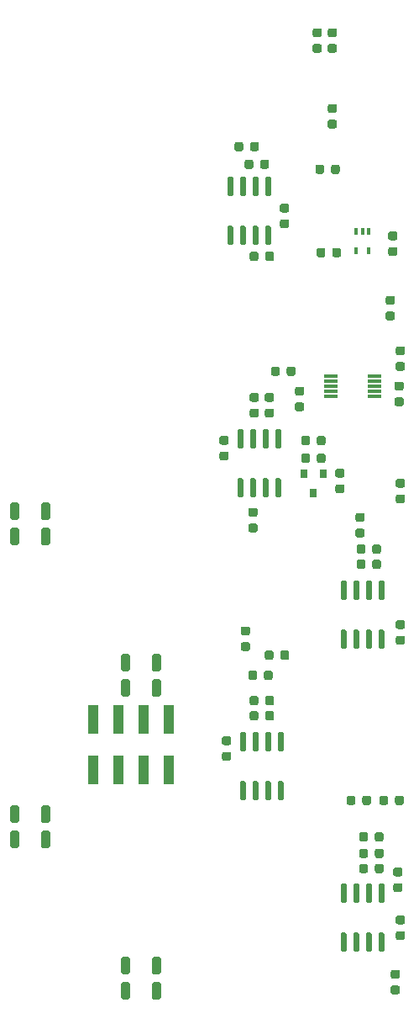
<source format=gbr>
%TF.GenerationSoftware,KiCad,Pcbnew,(5.1.6)-1*%
%TF.CreationDate,2021-03-13T16:13:42+00:00*%
%TF.ProjectId,expander,65787061-6e64-4657-922e-6b696361645f,rev?*%
%TF.SameCoordinates,Original*%
%TF.FileFunction,Paste,Top*%
%TF.FilePolarity,Positive*%
%FSLAX46Y46*%
G04 Gerber Fmt 4.6, Leading zero omitted, Abs format (unit mm)*
G04 Created by KiCad (PCBNEW (5.1.6)-1) date 2021-03-13 16:13:42*
%MOMM*%
%LPD*%
G01*
G04 APERTURE LIST*
%ADD10R,0.400000X0.650000*%
%ADD11R,1.000000X3.000000*%
%ADD12R,1.400000X0.300000*%
%ADD13R,0.800000X0.900000*%
G04 APERTURE END LIST*
%TO.C,D8*%
G36*
G01*
X42223000Y-138480000D02*
X42223000Y-137110000D01*
G75*
G02*
X42413000Y-136920000I190000J0D01*
G01*
X42983000Y-136920000D01*
G75*
G02*
X43173000Y-137110000I0J-190000D01*
G01*
X43173000Y-138480000D01*
G75*
G02*
X42983000Y-138670000I-190000J0D01*
G01*
X42413000Y-138670000D01*
G75*
G02*
X42223000Y-138480000I0J190000D01*
G01*
G37*
G36*
G01*
X39123000Y-138480000D02*
X39123000Y-137110000D01*
G75*
G02*
X39313000Y-136920000I190000J0D01*
G01*
X39883000Y-136920000D01*
G75*
G02*
X40073000Y-137110000I0J-190000D01*
G01*
X40073000Y-138480000D01*
G75*
G02*
X39883000Y-138670000I-190000J0D01*
G01*
X39313000Y-138670000D01*
G75*
G02*
X39123000Y-138480000I0J190000D01*
G01*
G37*
%TD*%
%TO.C,D7*%
G36*
G01*
X40073000Y-134570000D02*
X40073000Y-135940000D01*
G75*
G02*
X39883000Y-136130000I-190000J0D01*
G01*
X39313000Y-136130000D01*
G75*
G02*
X39123000Y-135940000I0J190000D01*
G01*
X39123000Y-134570000D01*
G75*
G02*
X39313000Y-134380000I190000J0D01*
G01*
X39883000Y-134380000D01*
G75*
G02*
X40073000Y-134570000I0J-190000D01*
G01*
G37*
G36*
G01*
X43173000Y-134570000D02*
X43173000Y-135940000D01*
G75*
G02*
X42983000Y-136130000I-190000J0D01*
G01*
X42413000Y-136130000D01*
G75*
G02*
X42223000Y-135940000I0J190000D01*
G01*
X42223000Y-134570000D01*
G75*
G02*
X42413000Y-134380000I190000J0D01*
G01*
X42983000Y-134380000D01*
G75*
G02*
X43173000Y-134570000I0J-190000D01*
G01*
G37*
%TD*%
%TO.C,D6*%
G36*
G01*
X31047000Y-123240000D02*
X31047000Y-121870000D01*
G75*
G02*
X31237000Y-121680000I190000J0D01*
G01*
X31807000Y-121680000D01*
G75*
G02*
X31997000Y-121870000I0J-190000D01*
G01*
X31997000Y-123240000D01*
G75*
G02*
X31807000Y-123430000I-190000J0D01*
G01*
X31237000Y-123430000D01*
G75*
G02*
X31047000Y-123240000I0J190000D01*
G01*
G37*
G36*
G01*
X27947000Y-123240000D02*
X27947000Y-121870000D01*
G75*
G02*
X28137000Y-121680000I190000J0D01*
G01*
X28707000Y-121680000D01*
G75*
G02*
X28897000Y-121870000I0J-190000D01*
G01*
X28897000Y-123240000D01*
G75*
G02*
X28707000Y-123430000I-190000J0D01*
G01*
X28137000Y-123430000D01*
G75*
G02*
X27947000Y-123240000I0J190000D01*
G01*
G37*
%TD*%
%TO.C,D5*%
G36*
G01*
X28897000Y-119330000D02*
X28897000Y-120700000D01*
G75*
G02*
X28707000Y-120890000I-190000J0D01*
G01*
X28137000Y-120890000D01*
G75*
G02*
X27947000Y-120700000I0J190000D01*
G01*
X27947000Y-119330000D01*
G75*
G02*
X28137000Y-119140000I190000J0D01*
G01*
X28707000Y-119140000D01*
G75*
G02*
X28897000Y-119330000I0J-190000D01*
G01*
G37*
G36*
G01*
X31997000Y-119330000D02*
X31997000Y-120700000D01*
G75*
G02*
X31807000Y-120890000I-190000J0D01*
G01*
X31237000Y-120890000D01*
G75*
G02*
X31047000Y-120700000I0J190000D01*
G01*
X31047000Y-119330000D01*
G75*
G02*
X31237000Y-119140000I190000J0D01*
G01*
X31807000Y-119140000D01*
G75*
G02*
X31997000Y-119330000I0J-190000D01*
G01*
G37*
%TD*%
%TO.C,D4*%
G36*
G01*
X42223000Y-108000000D02*
X42223000Y-106630000D01*
G75*
G02*
X42413000Y-106440000I190000J0D01*
G01*
X42983000Y-106440000D01*
G75*
G02*
X43173000Y-106630000I0J-190000D01*
G01*
X43173000Y-108000000D01*
G75*
G02*
X42983000Y-108190000I-190000J0D01*
G01*
X42413000Y-108190000D01*
G75*
G02*
X42223000Y-108000000I0J190000D01*
G01*
G37*
G36*
G01*
X39123000Y-108000000D02*
X39123000Y-106630000D01*
G75*
G02*
X39313000Y-106440000I190000J0D01*
G01*
X39883000Y-106440000D01*
G75*
G02*
X40073000Y-106630000I0J-190000D01*
G01*
X40073000Y-108000000D01*
G75*
G02*
X39883000Y-108190000I-190000J0D01*
G01*
X39313000Y-108190000D01*
G75*
G02*
X39123000Y-108000000I0J190000D01*
G01*
G37*
%TD*%
%TO.C,D3*%
G36*
G01*
X40073000Y-104090000D02*
X40073000Y-105460000D01*
G75*
G02*
X39883000Y-105650000I-190000J0D01*
G01*
X39313000Y-105650000D01*
G75*
G02*
X39123000Y-105460000I0J190000D01*
G01*
X39123000Y-104090000D01*
G75*
G02*
X39313000Y-103900000I190000J0D01*
G01*
X39883000Y-103900000D01*
G75*
G02*
X40073000Y-104090000I0J-190000D01*
G01*
G37*
G36*
G01*
X43173000Y-104090000D02*
X43173000Y-105460000D01*
G75*
G02*
X42983000Y-105650000I-190000J0D01*
G01*
X42413000Y-105650000D01*
G75*
G02*
X42223000Y-105460000I0J190000D01*
G01*
X42223000Y-104090000D01*
G75*
G02*
X42413000Y-103900000I190000J0D01*
G01*
X42983000Y-103900000D01*
G75*
G02*
X43173000Y-104090000I0J-190000D01*
G01*
G37*
%TD*%
%TO.C,D2*%
G36*
G01*
X31047000Y-92760000D02*
X31047000Y-91390000D01*
G75*
G02*
X31237000Y-91200000I190000J0D01*
G01*
X31807000Y-91200000D01*
G75*
G02*
X31997000Y-91390000I0J-190000D01*
G01*
X31997000Y-92760000D01*
G75*
G02*
X31807000Y-92950000I-190000J0D01*
G01*
X31237000Y-92950000D01*
G75*
G02*
X31047000Y-92760000I0J190000D01*
G01*
G37*
G36*
G01*
X27947000Y-92760000D02*
X27947000Y-91390000D01*
G75*
G02*
X28137000Y-91200000I190000J0D01*
G01*
X28707000Y-91200000D01*
G75*
G02*
X28897000Y-91390000I0J-190000D01*
G01*
X28897000Y-92760000D01*
G75*
G02*
X28707000Y-92950000I-190000J0D01*
G01*
X28137000Y-92950000D01*
G75*
G02*
X27947000Y-92760000I0J190000D01*
G01*
G37*
%TD*%
%TO.C,D1*%
G36*
G01*
X28897000Y-88850000D02*
X28897000Y-90220000D01*
G75*
G02*
X28707000Y-90410000I-190000J0D01*
G01*
X28137000Y-90410000D01*
G75*
G02*
X27947000Y-90220000I0J190000D01*
G01*
X27947000Y-88850000D01*
G75*
G02*
X28137000Y-88660000I190000J0D01*
G01*
X28707000Y-88660000D01*
G75*
G02*
X28897000Y-88850000I0J-190000D01*
G01*
G37*
G36*
G01*
X31997000Y-88850000D02*
X31997000Y-90220000D01*
G75*
G02*
X31807000Y-90410000I-190000J0D01*
G01*
X31237000Y-90410000D01*
G75*
G02*
X31047000Y-90220000I0J190000D01*
G01*
X31047000Y-88850000D01*
G75*
G02*
X31237000Y-88660000I190000J0D01*
G01*
X31807000Y-88660000D01*
G75*
G02*
X31997000Y-88850000I0J-190000D01*
G01*
G37*
%TD*%
D10*
%TO.C,U2*%
X64150000Y-63307000D03*
X62850000Y-63307000D03*
X63500000Y-61407000D03*
X62850000Y-61407000D03*
X64150000Y-61407000D03*
%TD*%
D11*
%TO.C,J11*%
X36322000Y-110510000D03*
X36322000Y-115550000D03*
X38862000Y-110510000D03*
X38862000Y-115550000D03*
X41402000Y-110510000D03*
X41402000Y-115550000D03*
X43942000Y-110510000D03*
X43942000Y-115550000D03*
%TD*%
%TO.C,R29*%
G36*
G01*
X59746500Y-63243750D02*
X59746500Y-63756250D01*
G75*
G02*
X59527750Y-63975000I-218750J0D01*
G01*
X59090250Y-63975000D01*
G75*
G02*
X58871500Y-63756250I0J218750D01*
G01*
X58871500Y-63243750D01*
G75*
G02*
X59090250Y-63025000I218750J0D01*
G01*
X59527750Y-63025000D01*
G75*
G02*
X59746500Y-63243750I0J-218750D01*
G01*
G37*
G36*
G01*
X61321500Y-63243750D02*
X61321500Y-63756250D01*
G75*
G02*
X61102750Y-63975000I-218750J0D01*
G01*
X60665250Y-63975000D01*
G75*
G02*
X60446500Y-63756250I0J218750D01*
G01*
X60446500Y-63243750D01*
G75*
G02*
X60665250Y-63025000I218750J0D01*
G01*
X61102750Y-63025000D01*
G75*
G02*
X61321500Y-63243750I0J-218750D01*
G01*
G37*
%TD*%
%TO.C,U8*%
G36*
G01*
X54841000Y-86209000D02*
X55141000Y-86209000D01*
G75*
G02*
X55291000Y-86359000I0J-150000D01*
G01*
X55291000Y-88009000D01*
G75*
G02*
X55141000Y-88159000I-150000J0D01*
G01*
X54841000Y-88159000D01*
G75*
G02*
X54691000Y-88009000I0J150000D01*
G01*
X54691000Y-86359000D01*
G75*
G02*
X54841000Y-86209000I150000J0D01*
G01*
G37*
G36*
G01*
X53571000Y-86209000D02*
X53871000Y-86209000D01*
G75*
G02*
X54021000Y-86359000I0J-150000D01*
G01*
X54021000Y-88009000D01*
G75*
G02*
X53871000Y-88159000I-150000J0D01*
G01*
X53571000Y-88159000D01*
G75*
G02*
X53421000Y-88009000I0J150000D01*
G01*
X53421000Y-86359000D01*
G75*
G02*
X53571000Y-86209000I150000J0D01*
G01*
G37*
G36*
G01*
X52301000Y-86209000D02*
X52601000Y-86209000D01*
G75*
G02*
X52751000Y-86359000I0J-150000D01*
G01*
X52751000Y-88009000D01*
G75*
G02*
X52601000Y-88159000I-150000J0D01*
G01*
X52301000Y-88159000D01*
G75*
G02*
X52151000Y-88009000I0J150000D01*
G01*
X52151000Y-86359000D01*
G75*
G02*
X52301000Y-86209000I150000J0D01*
G01*
G37*
G36*
G01*
X51031000Y-86209000D02*
X51331000Y-86209000D01*
G75*
G02*
X51481000Y-86359000I0J-150000D01*
G01*
X51481000Y-88009000D01*
G75*
G02*
X51331000Y-88159000I-150000J0D01*
G01*
X51031000Y-88159000D01*
G75*
G02*
X50881000Y-88009000I0J150000D01*
G01*
X50881000Y-86359000D01*
G75*
G02*
X51031000Y-86209000I150000J0D01*
G01*
G37*
G36*
G01*
X51031000Y-81259000D02*
X51331000Y-81259000D01*
G75*
G02*
X51481000Y-81409000I0J-150000D01*
G01*
X51481000Y-83059000D01*
G75*
G02*
X51331000Y-83209000I-150000J0D01*
G01*
X51031000Y-83209000D01*
G75*
G02*
X50881000Y-83059000I0J150000D01*
G01*
X50881000Y-81409000D01*
G75*
G02*
X51031000Y-81259000I150000J0D01*
G01*
G37*
G36*
G01*
X52301000Y-81259000D02*
X52601000Y-81259000D01*
G75*
G02*
X52751000Y-81409000I0J-150000D01*
G01*
X52751000Y-83059000D01*
G75*
G02*
X52601000Y-83209000I-150000J0D01*
G01*
X52301000Y-83209000D01*
G75*
G02*
X52151000Y-83059000I0J150000D01*
G01*
X52151000Y-81409000D01*
G75*
G02*
X52301000Y-81259000I150000J0D01*
G01*
G37*
G36*
G01*
X53571000Y-81259000D02*
X53871000Y-81259000D01*
G75*
G02*
X54021000Y-81409000I0J-150000D01*
G01*
X54021000Y-83059000D01*
G75*
G02*
X53871000Y-83209000I-150000J0D01*
G01*
X53571000Y-83209000D01*
G75*
G02*
X53421000Y-83059000I0J150000D01*
G01*
X53421000Y-81409000D01*
G75*
G02*
X53571000Y-81259000I150000J0D01*
G01*
G37*
G36*
G01*
X54841000Y-81259000D02*
X55141000Y-81259000D01*
G75*
G02*
X55291000Y-81409000I0J-150000D01*
G01*
X55291000Y-83059000D01*
G75*
G02*
X55141000Y-83209000I-150000J0D01*
G01*
X54841000Y-83209000D01*
G75*
G02*
X54691000Y-83059000I0J150000D01*
G01*
X54691000Y-81409000D01*
G75*
G02*
X54841000Y-81259000I150000J0D01*
G01*
G37*
%TD*%
%TO.C,U7*%
G36*
G01*
X65255000Y-131929000D02*
X65555000Y-131929000D01*
G75*
G02*
X65705000Y-132079000I0J-150000D01*
G01*
X65705000Y-133729000D01*
G75*
G02*
X65555000Y-133879000I-150000J0D01*
G01*
X65255000Y-133879000D01*
G75*
G02*
X65105000Y-133729000I0J150000D01*
G01*
X65105000Y-132079000D01*
G75*
G02*
X65255000Y-131929000I150000J0D01*
G01*
G37*
G36*
G01*
X63985000Y-131929000D02*
X64285000Y-131929000D01*
G75*
G02*
X64435000Y-132079000I0J-150000D01*
G01*
X64435000Y-133729000D01*
G75*
G02*
X64285000Y-133879000I-150000J0D01*
G01*
X63985000Y-133879000D01*
G75*
G02*
X63835000Y-133729000I0J150000D01*
G01*
X63835000Y-132079000D01*
G75*
G02*
X63985000Y-131929000I150000J0D01*
G01*
G37*
G36*
G01*
X62715000Y-131929000D02*
X63015000Y-131929000D01*
G75*
G02*
X63165000Y-132079000I0J-150000D01*
G01*
X63165000Y-133729000D01*
G75*
G02*
X63015000Y-133879000I-150000J0D01*
G01*
X62715000Y-133879000D01*
G75*
G02*
X62565000Y-133729000I0J150000D01*
G01*
X62565000Y-132079000D01*
G75*
G02*
X62715000Y-131929000I150000J0D01*
G01*
G37*
G36*
G01*
X61445000Y-131929000D02*
X61745000Y-131929000D01*
G75*
G02*
X61895000Y-132079000I0J-150000D01*
G01*
X61895000Y-133729000D01*
G75*
G02*
X61745000Y-133879000I-150000J0D01*
G01*
X61445000Y-133879000D01*
G75*
G02*
X61295000Y-133729000I0J150000D01*
G01*
X61295000Y-132079000D01*
G75*
G02*
X61445000Y-131929000I150000J0D01*
G01*
G37*
G36*
G01*
X61445000Y-126979000D02*
X61745000Y-126979000D01*
G75*
G02*
X61895000Y-127129000I0J-150000D01*
G01*
X61895000Y-128779000D01*
G75*
G02*
X61745000Y-128929000I-150000J0D01*
G01*
X61445000Y-128929000D01*
G75*
G02*
X61295000Y-128779000I0J150000D01*
G01*
X61295000Y-127129000D01*
G75*
G02*
X61445000Y-126979000I150000J0D01*
G01*
G37*
G36*
G01*
X62715000Y-126979000D02*
X63015000Y-126979000D01*
G75*
G02*
X63165000Y-127129000I0J-150000D01*
G01*
X63165000Y-128779000D01*
G75*
G02*
X63015000Y-128929000I-150000J0D01*
G01*
X62715000Y-128929000D01*
G75*
G02*
X62565000Y-128779000I0J150000D01*
G01*
X62565000Y-127129000D01*
G75*
G02*
X62715000Y-126979000I150000J0D01*
G01*
G37*
G36*
G01*
X63985000Y-126979000D02*
X64285000Y-126979000D01*
G75*
G02*
X64435000Y-127129000I0J-150000D01*
G01*
X64435000Y-128779000D01*
G75*
G02*
X64285000Y-128929000I-150000J0D01*
G01*
X63985000Y-128929000D01*
G75*
G02*
X63835000Y-128779000I0J150000D01*
G01*
X63835000Y-127129000D01*
G75*
G02*
X63985000Y-126979000I150000J0D01*
G01*
G37*
G36*
G01*
X65255000Y-126979000D02*
X65555000Y-126979000D01*
G75*
G02*
X65705000Y-127129000I0J-150000D01*
G01*
X65705000Y-128779000D01*
G75*
G02*
X65555000Y-128929000I-150000J0D01*
G01*
X65255000Y-128929000D01*
G75*
G02*
X65105000Y-128779000I0J150000D01*
G01*
X65105000Y-127129000D01*
G75*
G02*
X65255000Y-126979000I150000J0D01*
G01*
G37*
%TD*%
%TO.C,U6*%
G36*
G01*
X55095000Y-116689000D02*
X55395000Y-116689000D01*
G75*
G02*
X55545000Y-116839000I0J-150000D01*
G01*
X55545000Y-118489000D01*
G75*
G02*
X55395000Y-118639000I-150000J0D01*
G01*
X55095000Y-118639000D01*
G75*
G02*
X54945000Y-118489000I0J150000D01*
G01*
X54945000Y-116839000D01*
G75*
G02*
X55095000Y-116689000I150000J0D01*
G01*
G37*
G36*
G01*
X53825000Y-116689000D02*
X54125000Y-116689000D01*
G75*
G02*
X54275000Y-116839000I0J-150000D01*
G01*
X54275000Y-118489000D01*
G75*
G02*
X54125000Y-118639000I-150000J0D01*
G01*
X53825000Y-118639000D01*
G75*
G02*
X53675000Y-118489000I0J150000D01*
G01*
X53675000Y-116839000D01*
G75*
G02*
X53825000Y-116689000I150000J0D01*
G01*
G37*
G36*
G01*
X52555000Y-116689000D02*
X52855000Y-116689000D01*
G75*
G02*
X53005000Y-116839000I0J-150000D01*
G01*
X53005000Y-118489000D01*
G75*
G02*
X52855000Y-118639000I-150000J0D01*
G01*
X52555000Y-118639000D01*
G75*
G02*
X52405000Y-118489000I0J150000D01*
G01*
X52405000Y-116839000D01*
G75*
G02*
X52555000Y-116689000I150000J0D01*
G01*
G37*
G36*
G01*
X51285000Y-116689000D02*
X51585000Y-116689000D01*
G75*
G02*
X51735000Y-116839000I0J-150000D01*
G01*
X51735000Y-118489000D01*
G75*
G02*
X51585000Y-118639000I-150000J0D01*
G01*
X51285000Y-118639000D01*
G75*
G02*
X51135000Y-118489000I0J150000D01*
G01*
X51135000Y-116839000D01*
G75*
G02*
X51285000Y-116689000I150000J0D01*
G01*
G37*
G36*
G01*
X51285000Y-111739000D02*
X51585000Y-111739000D01*
G75*
G02*
X51735000Y-111889000I0J-150000D01*
G01*
X51735000Y-113539000D01*
G75*
G02*
X51585000Y-113689000I-150000J0D01*
G01*
X51285000Y-113689000D01*
G75*
G02*
X51135000Y-113539000I0J150000D01*
G01*
X51135000Y-111889000D01*
G75*
G02*
X51285000Y-111739000I150000J0D01*
G01*
G37*
G36*
G01*
X52555000Y-111739000D02*
X52855000Y-111739000D01*
G75*
G02*
X53005000Y-111889000I0J-150000D01*
G01*
X53005000Y-113539000D01*
G75*
G02*
X52855000Y-113689000I-150000J0D01*
G01*
X52555000Y-113689000D01*
G75*
G02*
X52405000Y-113539000I0J150000D01*
G01*
X52405000Y-111889000D01*
G75*
G02*
X52555000Y-111739000I150000J0D01*
G01*
G37*
G36*
G01*
X53825000Y-111739000D02*
X54125000Y-111739000D01*
G75*
G02*
X54275000Y-111889000I0J-150000D01*
G01*
X54275000Y-113539000D01*
G75*
G02*
X54125000Y-113689000I-150000J0D01*
G01*
X53825000Y-113689000D01*
G75*
G02*
X53675000Y-113539000I0J150000D01*
G01*
X53675000Y-111889000D01*
G75*
G02*
X53825000Y-111739000I150000J0D01*
G01*
G37*
G36*
G01*
X55095000Y-111739000D02*
X55395000Y-111739000D01*
G75*
G02*
X55545000Y-111889000I0J-150000D01*
G01*
X55545000Y-113539000D01*
G75*
G02*
X55395000Y-113689000I-150000J0D01*
G01*
X55095000Y-113689000D01*
G75*
G02*
X54945000Y-113539000I0J150000D01*
G01*
X54945000Y-111889000D01*
G75*
G02*
X55095000Y-111739000I150000J0D01*
G01*
G37*
%TD*%
%TO.C,U5*%
G36*
G01*
X65255000Y-101449000D02*
X65555000Y-101449000D01*
G75*
G02*
X65705000Y-101599000I0J-150000D01*
G01*
X65705000Y-103249000D01*
G75*
G02*
X65555000Y-103399000I-150000J0D01*
G01*
X65255000Y-103399000D01*
G75*
G02*
X65105000Y-103249000I0J150000D01*
G01*
X65105000Y-101599000D01*
G75*
G02*
X65255000Y-101449000I150000J0D01*
G01*
G37*
G36*
G01*
X63985000Y-101449000D02*
X64285000Y-101449000D01*
G75*
G02*
X64435000Y-101599000I0J-150000D01*
G01*
X64435000Y-103249000D01*
G75*
G02*
X64285000Y-103399000I-150000J0D01*
G01*
X63985000Y-103399000D01*
G75*
G02*
X63835000Y-103249000I0J150000D01*
G01*
X63835000Y-101599000D01*
G75*
G02*
X63985000Y-101449000I150000J0D01*
G01*
G37*
G36*
G01*
X62715000Y-101449000D02*
X63015000Y-101449000D01*
G75*
G02*
X63165000Y-101599000I0J-150000D01*
G01*
X63165000Y-103249000D01*
G75*
G02*
X63015000Y-103399000I-150000J0D01*
G01*
X62715000Y-103399000D01*
G75*
G02*
X62565000Y-103249000I0J150000D01*
G01*
X62565000Y-101599000D01*
G75*
G02*
X62715000Y-101449000I150000J0D01*
G01*
G37*
G36*
G01*
X61445000Y-101449000D02*
X61745000Y-101449000D01*
G75*
G02*
X61895000Y-101599000I0J-150000D01*
G01*
X61895000Y-103249000D01*
G75*
G02*
X61745000Y-103399000I-150000J0D01*
G01*
X61445000Y-103399000D01*
G75*
G02*
X61295000Y-103249000I0J150000D01*
G01*
X61295000Y-101599000D01*
G75*
G02*
X61445000Y-101449000I150000J0D01*
G01*
G37*
G36*
G01*
X61445000Y-96499000D02*
X61745000Y-96499000D01*
G75*
G02*
X61895000Y-96649000I0J-150000D01*
G01*
X61895000Y-98299000D01*
G75*
G02*
X61745000Y-98449000I-150000J0D01*
G01*
X61445000Y-98449000D01*
G75*
G02*
X61295000Y-98299000I0J150000D01*
G01*
X61295000Y-96649000D01*
G75*
G02*
X61445000Y-96499000I150000J0D01*
G01*
G37*
G36*
G01*
X62715000Y-96499000D02*
X63015000Y-96499000D01*
G75*
G02*
X63165000Y-96649000I0J-150000D01*
G01*
X63165000Y-98299000D01*
G75*
G02*
X63015000Y-98449000I-150000J0D01*
G01*
X62715000Y-98449000D01*
G75*
G02*
X62565000Y-98299000I0J150000D01*
G01*
X62565000Y-96649000D01*
G75*
G02*
X62715000Y-96499000I150000J0D01*
G01*
G37*
G36*
G01*
X63985000Y-96499000D02*
X64285000Y-96499000D01*
G75*
G02*
X64435000Y-96649000I0J-150000D01*
G01*
X64435000Y-98299000D01*
G75*
G02*
X64285000Y-98449000I-150000J0D01*
G01*
X63985000Y-98449000D01*
G75*
G02*
X63835000Y-98299000I0J150000D01*
G01*
X63835000Y-96649000D01*
G75*
G02*
X63985000Y-96499000I150000J0D01*
G01*
G37*
G36*
G01*
X65255000Y-96499000D02*
X65555000Y-96499000D01*
G75*
G02*
X65705000Y-96649000I0J-150000D01*
G01*
X65705000Y-98299000D01*
G75*
G02*
X65555000Y-98449000I-150000J0D01*
G01*
X65255000Y-98449000D01*
G75*
G02*
X65105000Y-98299000I0J150000D01*
G01*
X65105000Y-96649000D01*
G75*
G02*
X65255000Y-96499000I150000J0D01*
G01*
G37*
%TD*%
D12*
%TO.C,U4*%
X64684000Y-75962000D03*
X64684000Y-76462000D03*
X64684000Y-76962000D03*
X64684000Y-77462000D03*
X64684000Y-77962000D03*
X60284000Y-77962000D03*
X60284000Y-77462000D03*
X60284000Y-76962000D03*
X60284000Y-76462000D03*
X60284000Y-75962000D03*
%TD*%
%TO.C,U3*%
G36*
G01*
X53825000Y-60809000D02*
X54125000Y-60809000D01*
G75*
G02*
X54275000Y-60959000I0J-150000D01*
G01*
X54275000Y-62609000D01*
G75*
G02*
X54125000Y-62759000I-150000J0D01*
G01*
X53825000Y-62759000D01*
G75*
G02*
X53675000Y-62609000I0J150000D01*
G01*
X53675000Y-60959000D01*
G75*
G02*
X53825000Y-60809000I150000J0D01*
G01*
G37*
G36*
G01*
X52555000Y-60809000D02*
X52855000Y-60809000D01*
G75*
G02*
X53005000Y-60959000I0J-150000D01*
G01*
X53005000Y-62609000D01*
G75*
G02*
X52855000Y-62759000I-150000J0D01*
G01*
X52555000Y-62759000D01*
G75*
G02*
X52405000Y-62609000I0J150000D01*
G01*
X52405000Y-60959000D01*
G75*
G02*
X52555000Y-60809000I150000J0D01*
G01*
G37*
G36*
G01*
X51285000Y-60809000D02*
X51585000Y-60809000D01*
G75*
G02*
X51735000Y-60959000I0J-150000D01*
G01*
X51735000Y-62609000D01*
G75*
G02*
X51585000Y-62759000I-150000J0D01*
G01*
X51285000Y-62759000D01*
G75*
G02*
X51135000Y-62609000I0J150000D01*
G01*
X51135000Y-60959000D01*
G75*
G02*
X51285000Y-60809000I150000J0D01*
G01*
G37*
G36*
G01*
X50015000Y-60809000D02*
X50315000Y-60809000D01*
G75*
G02*
X50465000Y-60959000I0J-150000D01*
G01*
X50465000Y-62609000D01*
G75*
G02*
X50315000Y-62759000I-150000J0D01*
G01*
X50015000Y-62759000D01*
G75*
G02*
X49865000Y-62609000I0J150000D01*
G01*
X49865000Y-60959000D01*
G75*
G02*
X50015000Y-60809000I150000J0D01*
G01*
G37*
G36*
G01*
X50015000Y-55859000D02*
X50315000Y-55859000D01*
G75*
G02*
X50465000Y-56009000I0J-150000D01*
G01*
X50465000Y-57659000D01*
G75*
G02*
X50315000Y-57809000I-150000J0D01*
G01*
X50015000Y-57809000D01*
G75*
G02*
X49865000Y-57659000I0J150000D01*
G01*
X49865000Y-56009000D01*
G75*
G02*
X50015000Y-55859000I150000J0D01*
G01*
G37*
G36*
G01*
X51285000Y-55859000D02*
X51585000Y-55859000D01*
G75*
G02*
X51735000Y-56009000I0J-150000D01*
G01*
X51735000Y-57659000D01*
G75*
G02*
X51585000Y-57809000I-150000J0D01*
G01*
X51285000Y-57809000D01*
G75*
G02*
X51135000Y-57659000I0J150000D01*
G01*
X51135000Y-56009000D01*
G75*
G02*
X51285000Y-55859000I150000J0D01*
G01*
G37*
G36*
G01*
X52555000Y-55859000D02*
X52855000Y-55859000D01*
G75*
G02*
X53005000Y-56009000I0J-150000D01*
G01*
X53005000Y-57659000D01*
G75*
G02*
X52855000Y-57809000I-150000J0D01*
G01*
X52555000Y-57809000D01*
G75*
G02*
X52405000Y-57659000I0J150000D01*
G01*
X52405000Y-56009000D01*
G75*
G02*
X52555000Y-55859000I150000J0D01*
G01*
G37*
G36*
G01*
X53825000Y-55859000D02*
X54125000Y-55859000D01*
G75*
G02*
X54275000Y-56009000I0J-150000D01*
G01*
X54275000Y-57659000D01*
G75*
G02*
X54125000Y-57809000I-150000J0D01*
G01*
X53825000Y-57809000D01*
G75*
G02*
X53675000Y-57659000I0J150000D01*
G01*
X53675000Y-56009000D01*
G75*
G02*
X53825000Y-55859000I150000J0D01*
G01*
G37*
%TD*%
D13*
%TO.C,U1*%
X58547000Y-87741000D03*
X57597000Y-85741000D03*
X59497000Y-85741000D03*
%TD*%
%TO.C,R28*%
G36*
G01*
X52194750Y-90774000D02*
X52707250Y-90774000D01*
G75*
G02*
X52926000Y-90992750I0J-218750D01*
G01*
X52926000Y-91430250D01*
G75*
G02*
X52707250Y-91649000I-218750J0D01*
G01*
X52194750Y-91649000D01*
G75*
G02*
X51976000Y-91430250I0J218750D01*
G01*
X51976000Y-90992750D01*
G75*
G02*
X52194750Y-90774000I218750J0D01*
G01*
G37*
G36*
G01*
X52194750Y-89199000D02*
X52707250Y-89199000D01*
G75*
G02*
X52926000Y-89417750I0J-218750D01*
G01*
X52926000Y-89855250D01*
G75*
G02*
X52707250Y-90074000I-218750J0D01*
G01*
X52194750Y-90074000D01*
G75*
G02*
X51976000Y-89855250I0J218750D01*
G01*
X51976000Y-89417750D01*
G75*
G02*
X52194750Y-89199000I218750J0D01*
G01*
G37*
%TD*%
%TO.C,R27*%
G36*
G01*
X67312250Y-127844000D02*
X66799750Y-127844000D01*
G75*
G02*
X66581000Y-127625250I0J218750D01*
G01*
X66581000Y-127187750D01*
G75*
G02*
X66799750Y-126969000I218750J0D01*
G01*
X67312250Y-126969000D01*
G75*
G02*
X67531000Y-127187750I0J-218750D01*
G01*
X67531000Y-127625250D01*
G75*
G02*
X67312250Y-127844000I-218750J0D01*
G01*
G37*
G36*
G01*
X67312250Y-126269000D02*
X66799750Y-126269000D01*
G75*
G02*
X66581000Y-126050250I0J218750D01*
G01*
X66581000Y-125612750D01*
G75*
G02*
X66799750Y-125394000I218750J0D01*
G01*
X67312250Y-125394000D01*
G75*
G02*
X67531000Y-125612750I0J-218750D01*
G01*
X67531000Y-126050250D01*
G75*
G02*
X67312250Y-126269000I-218750J0D01*
G01*
G37*
%TD*%
%TO.C,R26*%
G36*
G01*
X63469000Y-118874250D02*
X63469000Y-118361750D01*
G75*
G02*
X63687750Y-118143000I218750J0D01*
G01*
X64125250Y-118143000D01*
G75*
G02*
X64344000Y-118361750I0J-218750D01*
G01*
X64344000Y-118874250D01*
G75*
G02*
X64125250Y-119093000I-218750J0D01*
G01*
X63687750Y-119093000D01*
G75*
G02*
X63469000Y-118874250I0J218750D01*
G01*
G37*
G36*
G01*
X61894000Y-118874250D02*
X61894000Y-118361750D01*
G75*
G02*
X62112750Y-118143000I218750J0D01*
G01*
X62550250Y-118143000D01*
G75*
G02*
X62769000Y-118361750I0J-218750D01*
G01*
X62769000Y-118874250D01*
G75*
G02*
X62550250Y-119093000I-218750J0D01*
G01*
X62112750Y-119093000D01*
G75*
G02*
X61894000Y-118874250I0J218750D01*
G01*
G37*
%TD*%
%TO.C,R25*%
G36*
G01*
X54514000Y-103756750D02*
X54514000Y-104269250D01*
G75*
G02*
X54295250Y-104488000I-218750J0D01*
G01*
X53857750Y-104488000D01*
G75*
G02*
X53639000Y-104269250I0J218750D01*
G01*
X53639000Y-103756750D01*
G75*
G02*
X53857750Y-103538000I218750J0D01*
G01*
X54295250Y-103538000D01*
G75*
G02*
X54514000Y-103756750I0J-218750D01*
G01*
G37*
G36*
G01*
X56089000Y-103756750D02*
X56089000Y-104269250D01*
G75*
G02*
X55870250Y-104488000I-218750J0D01*
G01*
X55432750Y-104488000D01*
G75*
G02*
X55214000Y-104269250I0J218750D01*
G01*
X55214000Y-103756750D01*
G75*
G02*
X55432750Y-103538000I218750J0D01*
G01*
X55870250Y-103538000D01*
G75*
G02*
X56089000Y-103756750I0J-218750D01*
G01*
G37*
%TD*%
%TO.C,R24*%
G36*
G01*
X67566250Y-87153000D02*
X67053750Y-87153000D01*
G75*
G02*
X66835000Y-86934250I0J218750D01*
G01*
X66835000Y-86496750D01*
G75*
G02*
X67053750Y-86278000I218750J0D01*
G01*
X67566250Y-86278000D01*
G75*
G02*
X67785000Y-86496750I0J-218750D01*
G01*
X67785000Y-86934250D01*
G75*
G02*
X67566250Y-87153000I-218750J0D01*
G01*
G37*
G36*
G01*
X67566250Y-88728000D02*
X67053750Y-88728000D01*
G75*
G02*
X66835000Y-88509250I0J218750D01*
G01*
X66835000Y-88071750D01*
G75*
G02*
X67053750Y-87853000I218750J0D01*
G01*
X67566250Y-87853000D01*
G75*
G02*
X67785000Y-88071750I0J-218750D01*
G01*
X67785000Y-88509250D01*
G75*
G02*
X67566250Y-88728000I-218750J0D01*
G01*
G37*
%TD*%
%TO.C,R23*%
G36*
G01*
X67058250Y-136556000D02*
X66545750Y-136556000D01*
G75*
G02*
X66327000Y-136337250I0J218750D01*
G01*
X66327000Y-135899750D01*
G75*
G02*
X66545750Y-135681000I218750J0D01*
G01*
X67058250Y-135681000D01*
G75*
G02*
X67277000Y-135899750I0J-218750D01*
G01*
X67277000Y-136337250D01*
G75*
G02*
X67058250Y-136556000I-218750J0D01*
G01*
G37*
G36*
G01*
X67058250Y-138131000D02*
X66545750Y-138131000D01*
G75*
G02*
X66327000Y-137912250I0J218750D01*
G01*
X66327000Y-137474750D01*
G75*
G02*
X66545750Y-137256000I218750J0D01*
G01*
X67058250Y-137256000D01*
G75*
G02*
X67277000Y-137474750I0J-218750D01*
G01*
X67277000Y-137912250D01*
G75*
G02*
X67058250Y-138131000I-218750J0D01*
G01*
G37*
%TD*%
%TO.C,R22*%
G36*
G01*
X66071000Y-118361750D02*
X66071000Y-118874250D01*
G75*
G02*
X65852250Y-119093000I-218750J0D01*
G01*
X65414750Y-119093000D01*
G75*
G02*
X65196000Y-118874250I0J218750D01*
G01*
X65196000Y-118361750D01*
G75*
G02*
X65414750Y-118143000I218750J0D01*
G01*
X65852250Y-118143000D01*
G75*
G02*
X66071000Y-118361750I0J-218750D01*
G01*
G37*
G36*
G01*
X67646000Y-118361750D02*
X67646000Y-118874250D01*
G75*
G02*
X67427250Y-119093000I-218750J0D01*
G01*
X66989750Y-119093000D01*
G75*
G02*
X66771000Y-118874250I0J218750D01*
G01*
X66771000Y-118361750D01*
G75*
G02*
X66989750Y-118143000I218750J0D01*
G01*
X67427250Y-118143000D01*
G75*
G02*
X67646000Y-118361750I0J-218750D01*
G01*
G37*
%TD*%
%TO.C,R21*%
G36*
G01*
X53563000Y-106301250D02*
X53563000Y-105788750D01*
G75*
G02*
X53781750Y-105570000I218750J0D01*
G01*
X54219250Y-105570000D01*
G75*
G02*
X54438000Y-105788750I0J-218750D01*
G01*
X54438000Y-106301250D01*
G75*
G02*
X54219250Y-106520000I-218750J0D01*
G01*
X53781750Y-106520000D01*
G75*
G02*
X53563000Y-106301250I0J218750D01*
G01*
G37*
G36*
G01*
X51988000Y-106301250D02*
X51988000Y-105788750D01*
G75*
G02*
X52206750Y-105570000I218750J0D01*
G01*
X52644250Y-105570000D01*
G75*
G02*
X52863000Y-105788750I0J-218750D01*
G01*
X52863000Y-106301250D01*
G75*
G02*
X52644250Y-106520000I-218750J0D01*
G01*
X52206750Y-106520000D01*
G75*
G02*
X51988000Y-106301250I0J218750D01*
G01*
G37*
%TD*%
%TO.C,R20*%
G36*
G01*
X53845750Y-79217000D02*
X54358250Y-79217000D01*
G75*
G02*
X54577000Y-79435750I0J-218750D01*
G01*
X54577000Y-79873250D01*
G75*
G02*
X54358250Y-80092000I-218750J0D01*
G01*
X53845750Y-80092000D01*
G75*
G02*
X53627000Y-79873250I0J218750D01*
G01*
X53627000Y-79435750D01*
G75*
G02*
X53845750Y-79217000I218750J0D01*
G01*
G37*
G36*
G01*
X53845750Y-77642000D02*
X54358250Y-77642000D01*
G75*
G02*
X54577000Y-77860750I0J-218750D01*
G01*
X54577000Y-78298250D01*
G75*
G02*
X54358250Y-78517000I-218750J0D01*
G01*
X53845750Y-78517000D01*
G75*
G02*
X53627000Y-78298250I0J218750D01*
G01*
X53627000Y-77860750D01*
G75*
G02*
X53845750Y-77642000I218750J0D01*
G01*
G37*
%TD*%
%TO.C,R19*%
G36*
G01*
X64039000Y-125219750D02*
X64039000Y-125732250D01*
G75*
G02*
X63820250Y-125951000I-218750J0D01*
G01*
X63382750Y-125951000D01*
G75*
G02*
X63164000Y-125732250I0J218750D01*
G01*
X63164000Y-125219750D01*
G75*
G02*
X63382750Y-125001000I218750J0D01*
G01*
X63820250Y-125001000D01*
G75*
G02*
X64039000Y-125219750I0J-218750D01*
G01*
G37*
G36*
G01*
X65614000Y-125219750D02*
X65614000Y-125732250D01*
G75*
G02*
X65395250Y-125951000I-218750J0D01*
G01*
X64957750Y-125951000D01*
G75*
G02*
X64739000Y-125732250I0J218750D01*
G01*
X64739000Y-125219750D01*
G75*
G02*
X64957750Y-125001000I218750J0D01*
G01*
X65395250Y-125001000D01*
G75*
G02*
X65614000Y-125219750I0J-218750D01*
G01*
G37*
%TD*%
%TO.C,R18*%
G36*
G01*
X52990000Y-108328750D02*
X52990000Y-108841250D01*
G75*
G02*
X52771250Y-109060000I-218750J0D01*
G01*
X52333750Y-109060000D01*
G75*
G02*
X52115000Y-108841250I0J218750D01*
G01*
X52115000Y-108328750D01*
G75*
G02*
X52333750Y-108110000I218750J0D01*
G01*
X52771250Y-108110000D01*
G75*
G02*
X52990000Y-108328750I0J-218750D01*
G01*
G37*
G36*
G01*
X54565000Y-108328750D02*
X54565000Y-108841250D01*
G75*
G02*
X54346250Y-109060000I-218750J0D01*
G01*
X53908750Y-109060000D01*
G75*
G02*
X53690000Y-108841250I0J218750D01*
G01*
X53690000Y-108328750D01*
G75*
G02*
X53908750Y-108110000I218750J0D01*
G01*
X54346250Y-108110000D01*
G75*
G02*
X54565000Y-108328750I0J-218750D01*
G01*
G37*
%TD*%
%TO.C,R17*%
G36*
G01*
X63785000Y-94612750D02*
X63785000Y-95125250D01*
G75*
G02*
X63566250Y-95344000I-218750J0D01*
G01*
X63128750Y-95344000D01*
G75*
G02*
X62910000Y-95125250I0J218750D01*
G01*
X62910000Y-94612750D01*
G75*
G02*
X63128750Y-94394000I218750J0D01*
G01*
X63566250Y-94394000D01*
G75*
G02*
X63785000Y-94612750I0J-218750D01*
G01*
G37*
G36*
G01*
X65360000Y-94612750D02*
X65360000Y-95125250D01*
G75*
G02*
X65141250Y-95344000I-218750J0D01*
G01*
X64703750Y-95344000D01*
G75*
G02*
X64485000Y-95125250I0J218750D01*
G01*
X64485000Y-94612750D01*
G75*
G02*
X64703750Y-94394000I218750J0D01*
G01*
X65141250Y-94394000D01*
G75*
G02*
X65360000Y-94612750I0J-218750D01*
G01*
G37*
%TD*%
%TO.C,R16*%
G36*
G01*
X55849000Y-75694250D02*
X55849000Y-75181750D01*
G75*
G02*
X56067750Y-74963000I218750J0D01*
G01*
X56505250Y-74963000D01*
G75*
G02*
X56724000Y-75181750I0J-218750D01*
G01*
X56724000Y-75694250D01*
G75*
G02*
X56505250Y-75913000I-218750J0D01*
G01*
X56067750Y-75913000D01*
G75*
G02*
X55849000Y-75694250I0J218750D01*
G01*
G37*
G36*
G01*
X54274000Y-75694250D02*
X54274000Y-75181750D01*
G75*
G02*
X54492750Y-74963000I218750J0D01*
G01*
X54930250Y-74963000D01*
G75*
G02*
X55149000Y-75181750I0J-218750D01*
G01*
X55149000Y-75694250D01*
G75*
G02*
X54930250Y-75913000I-218750J0D01*
G01*
X54492750Y-75913000D01*
G75*
G02*
X54274000Y-75694250I0J218750D01*
G01*
G37*
%TD*%
%TO.C,R15*%
G36*
G01*
X64739000Y-122557250D02*
X64739000Y-122044750D01*
G75*
G02*
X64957750Y-121826000I218750J0D01*
G01*
X65395250Y-121826000D01*
G75*
G02*
X65614000Y-122044750I0J-218750D01*
G01*
X65614000Y-122557250D01*
G75*
G02*
X65395250Y-122776000I-218750J0D01*
G01*
X64957750Y-122776000D01*
G75*
G02*
X64739000Y-122557250I0J218750D01*
G01*
G37*
G36*
G01*
X63164000Y-122557250D02*
X63164000Y-122044750D01*
G75*
G02*
X63382750Y-121826000I218750J0D01*
G01*
X63820250Y-121826000D01*
G75*
G02*
X64039000Y-122044750I0J-218750D01*
G01*
X64039000Y-122557250D01*
G75*
G02*
X63820250Y-122776000I-218750J0D01*
G01*
X63382750Y-122776000D01*
G75*
G02*
X63164000Y-122557250I0J218750D01*
G01*
G37*
%TD*%
%TO.C,R14*%
G36*
G01*
X51945250Y-102012000D02*
X51432750Y-102012000D01*
G75*
G02*
X51214000Y-101793250I0J218750D01*
G01*
X51214000Y-101355750D01*
G75*
G02*
X51432750Y-101137000I218750J0D01*
G01*
X51945250Y-101137000D01*
G75*
G02*
X52164000Y-101355750I0J-218750D01*
G01*
X52164000Y-101793250D01*
G75*
G02*
X51945250Y-102012000I-218750J0D01*
G01*
G37*
G36*
G01*
X51945250Y-103587000D02*
X51432750Y-103587000D01*
G75*
G02*
X51214000Y-103368250I0J218750D01*
G01*
X51214000Y-102930750D01*
G75*
G02*
X51432750Y-102712000I218750J0D01*
G01*
X51945250Y-102712000D01*
G75*
G02*
X52164000Y-102930750I0J-218750D01*
G01*
X52164000Y-103368250D01*
G75*
G02*
X51945250Y-103587000I-218750J0D01*
G01*
G37*
%TD*%
%TO.C,R13*%
G36*
G01*
X63502250Y-90582000D02*
X62989750Y-90582000D01*
G75*
G02*
X62771000Y-90363250I0J218750D01*
G01*
X62771000Y-89925750D01*
G75*
G02*
X62989750Y-89707000I218750J0D01*
G01*
X63502250Y-89707000D01*
G75*
G02*
X63721000Y-89925750I0J-218750D01*
G01*
X63721000Y-90363250D01*
G75*
G02*
X63502250Y-90582000I-218750J0D01*
G01*
G37*
G36*
G01*
X63502250Y-92157000D02*
X62989750Y-92157000D01*
G75*
G02*
X62771000Y-91938250I0J218750D01*
G01*
X62771000Y-91500750D01*
G75*
G02*
X62989750Y-91282000I218750J0D01*
G01*
X63502250Y-91282000D01*
G75*
G02*
X63721000Y-91500750I0J-218750D01*
G01*
X63721000Y-91938250D01*
G75*
G02*
X63502250Y-92157000I-218750J0D01*
G01*
G37*
%TD*%
%TO.C,R12*%
G36*
G01*
X67053750Y-74518000D02*
X67566250Y-74518000D01*
G75*
G02*
X67785000Y-74736750I0J-218750D01*
G01*
X67785000Y-75174250D01*
G75*
G02*
X67566250Y-75393000I-218750J0D01*
G01*
X67053750Y-75393000D01*
G75*
G02*
X66835000Y-75174250I0J218750D01*
G01*
X66835000Y-74736750D01*
G75*
G02*
X67053750Y-74518000I218750J0D01*
G01*
G37*
G36*
G01*
X67053750Y-72943000D02*
X67566250Y-72943000D01*
G75*
G02*
X67785000Y-73161750I0J-218750D01*
G01*
X67785000Y-73599250D01*
G75*
G02*
X67566250Y-73818000I-218750J0D01*
G01*
X67053750Y-73818000D01*
G75*
G02*
X66835000Y-73599250I0J218750D01*
G01*
X66835000Y-73161750D01*
G75*
G02*
X67053750Y-72943000I218750J0D01*
G01*
G37*
%TD*%
%TO.C,R11*%
G36*
G01*
X66037750Y-69438000D02*
X66550250Y-69438000D01*
G75*
G02*
X66769000Y-69656750I0J-218750D01*
G01*
X66769000Y-70094250D01*
G75*
G02*
X66550250Y-70313000I-218750J0D01*
G01*
X66037750Y-70313000D01*
G75*
G02*
X65819000Y-70094250I0J218750D01*
G01*
X65819000Y-69656750D01*
G75*
G02*
X66037750Y-69438000I218750J0D01*
G01*
G37*
G36*
G01*
X66037750Y-67863000D02*
X66550250Y-67863000D01*
G75*
G02*
X66769000Y-68081750I0J-218750D01*
G01*
X66769000Y-68519250D01*
G75*
G02*
X66550250Y-68738000I-218750J0D01*
G01*
X66037750Y-68738000D01*
G75*
G02*
X65819000Y-68519250I0J218750D01*
G01*
X65819000Y-68081750D01*
G75*
G02*
X66037750Y-67863000I218750J0D01*
G01*
G37*
%TD*%
%TO.C,R10*%
G36*
G01*
X60195750Y-42514000D02*
X60708250Y-42514000D01*
G75*
G02*
X60927000Y-42732750I0J-218750D01*
G01*
X60927000Y-43170250D01*
G75*
G02*
X60708250Y-43389000I-218750J0D01*
G01*
X60195750Y-43389000D01*
G75*
G02*
X59977000Y-43170250I0J218750D01*
G01*
X59977000Y-42732750D01*
G75*
G02*
X60195750Y-42514000I218750J0D01*
G01*
G37*
G36*
G01*
X60195750Y-40939000D02*
X60708250Y-40939000D01*
G75*
G02*
X60927000Y-41157750I0J-218750D01*
G01*
X60927000Y-41595250D01*
G75*
G02*
X60708250Y-41814000I-218750J0D01*
G01*
X60195750Y-41814000D01*
G75*
G02*
X59977000Y-41595250I0J218750D01*
G01*
X59977000Y-41157750D01*
G75*
G02*
X60195750Y-40939000I218750J0D01*
G01*
G37*
%TD*%
%TO.C,R9*%
G36*
G01*
X59620000Y-54861750D02*
X59620000Y-55374250D01*
G75*
G02*
X59401250Y-55593000I-218750J0D01*
G01*
X58963750Y-55593000D01*
G75*
G02*
X58745000Y-55374250I0J218750D01*
G01*
X58745000Y-54861750D01*
G75*
G02*
X58963750Y-54643000I218750J0D01*
G01*
X59401250Y-54643000D01*
G75*
G02*
X59620000Y-54861750I0J-218750D01*
G01*
G37*
G36*
G01*
X61195000Y-54861750D02*
X61195000Y-55374250D01*
G75*
G02*
X60976250Y-55593000I-218750J0D01*
G01*
X60538750Y-55593000D01*
G75*
G02*
X60320000Y-55374250I0J218750D01*
G01*
X60320000Y-54861750D01*
G75*
G02*
X60538750Y-54643000I218750J0D01*
G01*
X60976250Y-54643000D01*
G75*
G02*
X61195000Y-54861750I0J-218750D01*
G01*
G37*
%TD*%
%TO.C,R8*%
G36*
G01*
X60708250Y-49434000D02*
X60195750Y-49434000D01*
G75*
G02*
X59977000Y-49215250I0J218750D01*
G01*
X59977000Y-48777750D01*
G75*
G02*
X60195750Y-48559000I218750J0D01*
G01*
X60708250Y-48559000D01*
G75*
G02*
X60927000Y-48777750I0J-218750D01*
G01*
X60927000Y-49215250D01*
G75*
G02*
X60708250Y-49434000I-218750J0D01*
G01*
G37*
G36*
G01*
X60708250Y-51009000D02*
X60195750Y-51009000D01*
G75*
G02*
X59977000Y-50790250I0J218750D01*
G01*
X59977000Y-50352750D01*
G75*
G02*
X60195750Y-50134000I218750J0D01*
G01*
X60708250Y-50134000D01*
G75*
G02*
X60927000Y-50352750I0J-218750D01*
G01*
X60927000Y-50790250D01*
G75*
G02*
X60708250Y-51009000I-218750J0D01*
G01*
G37*
%TD*%
%TO.C,R7*%
G36*
G01*
X59184250Y-41814000D02*
X58671750Y-41814000D01*
G75*
G02*
X58453000Y-41595250I0J218750D01*
G01*
X58453000Y-41157750D01*
G75*
G02*
X58671750Y-40939000I218750J0D01*
G01*
X59184250Y-40939000D01*
G75*
G02*
X59403000Y-41157750I0J-218750D01*
G01*
X59403000Y-41595250D01*
G75*
G02*
X59184250Y-41814000I-218750J0D01*
G01*
G37*
G36*
G01*
X59184250Y-43389000D02*
X58671750Y-43389000D01*
G75*
G02*
X58453000Y-43170250I0J218750D01*
G01*
X58453000Y-42732750D01*
G75*
G02*
X58671750Y-42514000I218750J0D01*
G01*
X59184250Y-42514000D01*
G75*
G02*
X59403000Y-42732750I0J-218750D01*
G01*
X59403000Y-43170250D01*
G75*
G02*
X59184250Y-43389000I-218750J0D01*
G01*
G37*
%TD*%
%TO.C,R6*%
G36*
G01*
X53690000Y-64137250D02*
X53690000Y-63624750D01*
G75*
G02*
X53908750Y-63406000I218750J0D01*
G01*
X54346250Y-63406000D01*
G75*
G02*
X54565000Y-63624750I0J-218750D01*
G01*
X54565000Y-64137250D01*
G75*
G02*
X54346250Y-64356000I-218750J0D01*
G01*
X53908750Y-64356000D01*
G75*
G02*
X53690000Y-64137250I0J218750D01*
G01*
G37*
G36*
G01*
X52115000Y-64137250D02*
X52115000Y-63624750D01*
G75*
G02*
X52333750Y-63406000I218750J0D01*
G01*
X52771250Y-63406000D01*
G75*
G02*
X52990000Y-63624750I0J-218750D01*
G01*
X52990000Y-64137250D01*
G75*
G02*
X52771250Y-64356000I-218750J0D01*
G01*
X52333750Y-64356000D01*
G75*
G02*
X52115000Y-64137250I0J218750D01*
G01*
G37*
%TD*%
%TO.C,R5*%
G36*
G01*
X56893750Y-78582000D02*
X57406250Y-78582000D01*
G75*
G02*
X57625000Y-78800750I0J-218750D01*
G01*
X57625000Y-79238250D01*
G75*
G02*
X57406250Y-79457000I-218750J0D01*
G01*
X56893750Y-79457000D01*
G75*
G02*
X56675000Y-79238250I0J218750D01*
G01*
X56675000Y-78800750D01*
G75*
G02*
X56893750Y-78582000I218750J0D01*
G01*
G37*
G36*
G01*
X56893750Y-77007000D02*
X57406250Y-77007000D01*
G75*
G02*
X57625000Y-77225750I0J-218750D01*
G01*
X57625000Y-77663250D01*
G75*
G02*
X57406250Y-77882000I-218750J0D01*
G01*
X56893750Y-77882000D01*
G75*
G02*
X56675000Y-77663250I0J218750D01*
G01*
X56675000Y-77225750D01*
G75*
G02*
X56893750Y-77007000I218750J0D01*
G01*
G37*
%TD*%
%TO.C,R4*%
G36*
G01*
X58897000Y-82679250D02*
X58897000Y-82166750D01*
G75*
G02*
X59115750Y-81948000I218750J0D01*
G01*
X59553250Y-81948000D01*
G75*
G02*
X59772000Y-82166750I0J-218750D01*
G01*
X59772000Y-82679250D01*
G75*
G02*
X59553250Y-82898000I-218750J0D01*
G01*
X59115750Y-82898000D01*
G75*
G02*
X58897000Y-82679250I0J218750D01*
G01*
G37*
G36*
G01*
X57322000Y-82679250D02*
X57322000Y-82166750D01*
G75*
G02*
X57540750Y-81948000I218750J0D01*
G01*
X57978250Y-81948000D01*
G75*
G02*
X58197000Y-82166750I0J-218750D01*
G01*
X58197000Y-82679250D01*
G75*
G02*
X57978250Y-82898000I-218750J0D01*
G01*
X57540750Y-82898000D01*
G75*
G02*
X57322000Y-82679250I0J218750D01*
G01*
G37*
%TD*%
%TO.C,R3*%
G36*
G01*
X51466000Y-52575750D02*
X51466000Y-53088250D01*
G75*
G02*
X51247250Y-53307000I-218750J0D01*
G01*
X50809750Y-53307000D01*
G75*
G02*
X50591000Y-53088250I0J218750D01*
G01*
X50591000Y-52575750D01*
G75*
G02*
X50809750Y-52357000I218750J0D01*
G01*
X51247250Y-52357000D01*
G75*
G02*
X51466000Y-52575750I0J-218750D01*
G01*
G37*
G36*
G01*
X53041000Y-52575750D02*
X53041000Y-53088250D01*
G75*
G02*
X52822250Y-53307000I-218750J0D01*
G01*
X52384750Y-53307000D01*
G75*
G02*
X52166000Y-53088250I0J218750D01*
G01*
X52166000Y-52575750D01*
G75*
G02*
X52384750Y-52357000I218750J0D01*
G01*
X52822250Y-52357000D01*
G75*
G02*
X53041000Y-52575750I0J-218750D01*
G01*
G37*
%TD*%
%TO.C,R2*%
G36*
G01*
X53182000Y-54866250D02*
X53182000Y-54353750D01*
G75*
G02*
X53400750Y-54135000I218750J0D01*
G01*
X53838250Y-54135000D01*
G75*
G02*
X54057000Y-54353750I0J-218750D01*
G01*
X54057000Y-54866250D01*
G75*
G02*
X53838250Y-55085000I-218750J0D01*
G01*
X53400750Y-55085000D01*
G75*
G02*
X53182000Y-54866250I0J218750D01*
G01*
G37*
G36*
G01*
X51607000Y-54866250D02*
X51607000Y-54353750D01*
G75*
G02*
X51825750Y-54135000I218750J0D01*
G01*
X52263250Y-54135000D01*
G75*
G02*
X52482000Y-54353750I0J-218750D01*
G01*
X52482000Y-54866250D01*
G75*
G02*
X52263250Y-55085000I-218750J0D01*
G01*
X51825750Y-55085000D01*
G75*
G02*
X51607000Y-54866250I0J218750D01*
G01*
G37*
%TD*%
%TO.C,R1*%
G36*
G01*
X61470250Y-86137000D02*
X60957750Y-86137000D01*
G75*
G02*
X60739000Y-85918250I0J218750D01*
G01*
X60739000Y-85480750D01*
G75*
G02*
X60957750Y-85262000I218750J0D01*
G01*
X61470250Y-85262000D01*
G75*
G02*
X61689000Y-85480750I0J-218750D01*
G01*
X61689000Y-85918250D01*
G75*
G02*
X61470250Y-86137000I-218750J0D01*
G01*
G37*
G36*
G01*
X61470250Y-87712000D02*
X60957750Y-87712000D01*
G75*
G02*
X60739000Y-87493250I0J218750D01*
G01*
X60739000Y-87055750D01*
G75*
G02*
X60957750Y-86837000I218750J0D01*
G01*
X61470250Y-86837000D01*
G75*
G02*
X61689000Y-87055750I0J-218750D01*
G01*
X61689000Y-87493250D01*
G75*
G02*
X61470250Y-87712000I-218750J0D01*
G01*
G37*
%TD*%
%TO.C,C13*%
G36*
G01*
X52321750Y-79217000D02*
X52834250Y-79217000D01*
G75*
G02*
X53053000Y-79435750I0J-218750D01*
G01*
X53053000Y-79873250D01*
G75*
G02*
X52834250Y-80092000I-218750J0D01*
G01*
X52321750Y-80092000D01*
G75*
G02*
X52103000Y-79873250I0J218750D01*
G01*
X52103000Y-79435750D01*
G75*
G02*
X52321750Y-79217000I218750J0D01*
G01*
G37*
G36*
G01*
X52321750Y-77642000D02*
X52834250Y-77642000D01*
G75*
G02*
X53053000Y-77860750I0J-218750D01*
G01*
X53053000Y-78298250D01*
G75*
G02*
X52834250Y-78517000I-218750J0D01*
G01*
X52321750Y-78517000D01*
G75*
G02*
X52103000Y-78298250I0J218750D01*
G01*
X52103000Y-77860750D01*
G75*
G02*
X52321750Y-77642000I218750J0D01*
G01*
G37*
%TD*%
%TO.C,C12*%
G36*
G01*
X64039000Y-123695750D02*
X64039000Y-124208250D01*
G75*
G02*
X63820250Y-124427000I-218750J0D01*
G01*
X63382750Y-124427000D01*
G75*
G02*
X63164000Y-124208250I0J218750D01*
G01*
X63164000Y-123695750D01*
G75*
G02*
X63382750Y-123477000I218750J0D01*
G01*
X63820250Y-123477000D01*
G75*
G02*
X64039000Y-123695750I0J-218750D01*
G01*
G37*
G36*
G01*
X65614000Y-123695750D02*
X65614000Y-124208250D01*
G75*
G02*
X65395250Y-124427000I-218750J0D01*
G01*
X64957750Y-124427000D01*
G75*
G02*
X64739000Y-124208250I0J218750D01*
G01*
X64739000Y-123695750D01*
G75*
G02*
X64957750Y-123477000I218750J0D01*
G01*
X65395250Y-123477000D01*
G75*
G02*
X65614000Y-123695750I0J-218750D01*
G01*
G37*
%TD*%
%TO.C,C11*%
G36*
G01*
X52990000Y-109852750D02*
X52990000Y-110365250D01*
G75*
G02*
X52771250Y-110584000I-218750J0D01*
G01*
X52333750Y-110584000D01*
G75*
G02*
X52115000Y-110365250I0J218750D01*
G01*
X52115000Y-109852750D01*
G75*
G02*
X52333750Y-109634000I218750J0D01*
G01*
X52771250Y-109634000D01*
G75*
G02*
X52990000Y-109852750I0J-218750D01*
G01*
G37*
G36*
G01*
X54565000Y-109852750D02*
X54565000Y-110365250D01*
G75*
G02*
X54346250Y-110584000I-218750J0D01*
G01*
X53908750Y-110584000D01*
G75*
G02*
X53690000Y-110365250I0J218750D01*
G01*
X53690000Y-109852750D01*
G75*
G02*
X53908750Y-109634000I218750J0D01*
G01*
X54346250Y-109634000D01*
G75*
G02*
X54565000Y-109852750I0J-218750D01*
G01*
G37*
%TD*%
%TO.C,C10*%
G36*
G01*
X63785000Y-93088750D02*
X63785000Y-93601250D01*
G75*
G02*
X63566250Y-93820000I-218750J0D01*
G01*
X63128750Y-93820000D01*
G75*
G02*
X62910000Y-93601250I0J218750D01*
G01*
X62910000Y-93088750D01*
G75*
G02*
X63128750Y-92870000I218750J0D01*
G01*
X63566250Y-92870000D01*
G75*
G02*
X63785000Y-93088750I0J-218750D01*
G01*
G37*
G36*
G01*
X65360000Y-93088750D02*
X65360000Y-93601250D01*
G75*
G02*
X65141250Y-93820000I-218750J0D01*
G01*
X64703750Y-93820000D01*
G75*
G02*
X64485000Y-93601250I0J218750D01*
G01*
X64485000Y-93088750D01*
G75*
G02*
X64703750Y-92870000I218750J0D01*
G01*
X65141250Y-92870000D01*
G75*
G02*
X65360000Y-93088750I0J-218750D01*
G01*
G37*
%TD*%
%TO.C,C9*%
G36*
G01*
X49786250Y-82835000D02*
X49273750Y-82835000D01*
G75*
G02*
X49055000Y-82616250I0J218750D01*
G01*
X49055000Y-82178750D01*
G75*
G02*
X49273750Y-81960000I218750J0D01*
G01*
X49786250Y-81960000D01*
G75*
G02*
X50005000Y-82178750I0J-218750D01*
G01*
X50005000Y-82616250D01*
G75*
G02*
X49786250Y-82835000I-218750J0D01*
G01*
G37*
G36*
G01*
X49786250Y-84410000D02*
X49273750Y-84410000D01*
G75*
G02*
X49055000Y-84191250I0J218750D01*
G01*
X49055000Y-83753750D01*
G75*
G02*
X49273750Y-83535000I218750J0D01*
G01*
X49786250Y-83535000D01*
G75*
G02*
X50005000Y-83753750I0J-218750D01*
G01*
X50005000Y-84191250D01*
G75*
G02*
X49786250Y-84410000I-218750J0D01*
G01*
G37*
%TD*%
%TO.C,C8*%
G36*
G01*
X67566250Y-131095000D02*
X67053750Y-131095000D01*
G75*
G02*
X66835000Y-130876250I0J218750D01*
G01*
X66835000Y-130438750D01*
G75*
G02*
X67053750Y-130220000I218750J0D01*
G01*
X67566250Y-130220000D01*
G75*
G02*
X67785000Y-130438750I0J-218750D01*
G01*
X67785000Y-130876250D01*
G75*
G02*
X67566250Y-131095000I-218750J0D01*
G01*
G37*
G36*
G01*
X67566250Y-132670000D02*
X67053750Y-132670000D01*
G75*
G02*
X66835000Y-132451250I0J218750D01*
G01*
X66835000Y-132013750D01*
G75*
G02*
X67053750Y-131795000I218750J0D01*
G01*
X67566250Y-131795000D01*
G75*
G02*
X67785000Y-132013750I0J-218750D01*
G01*
X67785000Y-132451250D01*
G75*
G02*
X67566250Y-132670000I-218750J0D01*
G01*
G37*
%TD*%
%TO.C,C7*%
G36*
G01*
X50040250Y-113061000D02*
X49527750Y-113061000D01*
G75*
G02*
X49309000Y-112842250I0J218750D01*
G01*
X49309000Y-112404750D01*
G75*
G02*
X49527750Y-112186000I218750J0D01*
G01*
X50040250Y-112186000D01*
G75*
G02*
X50259000Y-112404750I0J-218750D01*
G01*
X50259000Y-112842250D01*
G75*
G02*
X50040250Y-113061000I-218750J0D01*
G01*
G37*
G36*
G01*
X50040250Y-114636000D02*
X49527750Y-114636000D01*
G75*
G02*
X49309000Y-114417250I0J218750D01*
G01*
X49309000Y-113979750D01*
G75*
G02*
X49527750Y-113761000I218750J0D01*
G01*
X50040250Y-113761000D01*
G75*
G02*
X50259000Y-113979750I0J-218750D01*
G01*
X50259000Y-114417250D01*
G75*
G02*
X50040250Y-114636000I-218750J0D01*
G01*
G37*
%TD*%
%TO.C,C6*%
G36*
G01*
X67566250Y-101377000D02*
X67053750Y-101377000D01*
G75*
G02*
X66835000Y-101158250I0J218750D01*
G01*
X66835000Y-100720750D01*
G75*
G02*
X67053750Y-100502000I218750J0D01*
G01*
X67566250Y-100502000D01*
G75*
G02*
X67785000Y-100720750I0J-218750D01*
G01*
X67785000Y-101158250D01*
G75*
G02*
X67566250Y-101377000I-218750J0D01*
G01*
G37*
G36*
G01*
X67566250Y-102952000D02*
X67053750Y-102952000D01*
G75*
G02*
X66835000Y-102733250I0J218750D01*
G01*
X66835000Y-102295750D01*
G75*
G02*
X67053750Y-102077000I218750J0D01*
G01*
X67566250Y-102077000D01*
G75*
G02*
X67785000Y-102295750I0J-218750D01*
G01*
X67785000Y-102733250D01*
G75*
G02*
X67566250Y-102952000I-218750J0D01*
G01*
G37*
%TD*%
%TO.C,C5*%
G36*
G01*
X66926750Y-78074000D02*
X67439250Y-78074000D01*
G75*
G02*
X67658000Y-78292750I0J-218750D01*
G01*
X67658000Y-78730250D01*
G75*
G02*
X67439250Y-78949000I-218750J0D01*
G01*
X66926750Y-78949000D01*
G75*
G02*
X66708000Y-78730250I0J218750D01*
G01*
X66708000Y-78292750D01*
G75*
G02*
X66926750Y-78074000I218750J0D01*
G01*
G37*
G36*
G01*
X66926750Y-76499000D02*
X67439250Y-76499000D01*
G75*
G02*
X67658000Y-76717750I0J-218750D01*
G01*
X67658000Y-77155250D01*
G75*
G02*
X67439250Y-77374000I-218750J0D01*
G01*
X66926750Y-77374000D01*
G75*
G02*
X66708000Y-77155250I0J218750D01*
G01*
X66708000Y-76717750D01*
G75*
G02*
X66926750Y-76499000I218750J0D01*
G01*
G37*
%TD*%
%TO.C,C4*%
G36*
G01*
X55882250Y-59467000D02*
X55369750Y-59467000D01*
G75*
G02*
X55151000Y-59248250I0J218750D01*
G01*
X55151000Y-58810750D01*
G75*
G02*
X55369750Y-58592000I218750J0D01*
G01*
X55882250Y-58592000D01*
G75*
G02*
X56101000Y-58810750I0J-218750D01*
G01*
X56101000Y-59248250D01*
G75*
G02*
X55882250Y-59467000I-218750J0D01*
G01*
G37*
G36*
G01*
X55882250Y-61042000D02*
X55369750Y-61042000D01*
G75*
G02*
X55151000Y-60823250I0J218750D01*
G01*
X55151000Y-60385750D01*
G75*
G02*
X55369750Y-60167000I218750J0D01*
G01*
X55882250Y-60167000D01*
G75*
G02*
X56101000Y-60385750I0J-218750D01*
G01*
X56101000Y-60823250D01*
G75*
G02*
X55882250Y-61042000I-218750J0D01*
G01*
G37*
%TD*%
%TO.C,C3*%
G36*
G01*
X66804250Y-62261000D02*
X66291750Y-62261000D01*
G75*
G02*
X66073000Y-62042250I0J218750D01*
G01*
X66073000Y-61604750D01*
G75*
G02*
X66291750Y-61386000I218750J0D01*
G01*
X66804250Y-61386000D01*
G75*
G02*
X67023000Y-61604750I0J-218750D01*
G01*
X67023000Y-62042250D01*
G75*
G02*
X66804250Y-62261000I-218750J0D01*
G01*
G37*
G36*
G01*
X66804250Y-63836000D02*
X66291750Y-63836000D01*
G75*
G02*
X66073000Y-63617250I0J218750D01*
G01*
X66073000Y-63179750D01*
G75*
G02*
X66291750Y-62961000I218750J0D01*
G01*
X66804250Y-62961000D01*
G75*
G02*
X67023000Y-63179750I0J-218750D01*
G01*
X67023000Y-63617250D01*
G75*
G02*
X66804250Y-63836000I-218750J0D01*
G01*
G37*
%TD*%
%TO.C,C1*%
G36*
G01*
X58897000Y-84457250D02*
X58897000Y-83944750D01*
G75*
G02*
X59115750Y-83726000I218750J0D01*
G01*
X59553250Y-83726000D01*
G75*
G02*
X59772000Y-83944750I0J-218750D01*
G01*
X59772000Y-84457250D01*
G75*
G02*
X59553250Y-84676000I-218750J0D01*
G01*
X59115750Y-84676000D01*
G75*
G02*
X58897000Y-84457250I0J218750D01*
G01*
G37*
G36*
G01*
X57322000Y-84457250D02*
X57322000Y-83944750D01*
G75*
G02*
X57540750Y-83726000I218750J0D01*
G01*
X57978250Y-83726000D01*
G75*
G02*
X58197000Y-83944750I0J-218750D01*
G01*
X58197000Y-84457250D01*
G75*
G02*
X57978250Y-84676000I-218750J0D01*
G01*
X57540750Y-84676000D01*
G75*
G02*
X57322000Y-84457250I0J218750D01*
G01*
G37*
%TD*%
M02*

</source>
